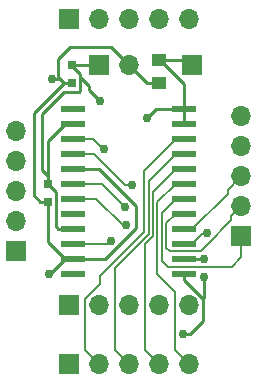
<source format=gtl>
G04 #@! TF.FileFunction,Copper,L1,Top,Signal*
%FSLAX46Y46*%
G04 Gerber Fmt 4.6, Leading zero omitted, Abs format (unit mm)*
G04 Created by KiCad (PCBNEW 4.0.4-stable) date 12/10/17 22:01:48*
%MOMM*%
%LPD*%
G01*
G04 APERTURE LIST*
%ADD10C,0.100000*%
%ADD11R,1.700000X1.700000*%
%ADD12O,1.700000X1.700000*%
%ADD13R,2.000000X0.600000*%
%ADD14R,1.250000X1.000000*%
%ADD15R,0.750000X0.800000*%
%ADD16C,0.762000*%
%ADD17C,0.254000*%
%ADD18C,0.177800*%
G04 APERTURE END LIST*
D10*
D11*
X9525000Y-3810000D03*
D12*
X9525000Y-1270000D03*
X9525000Y1270000D03*
X9525000Y3810000D03*
X9525000Y6350000D03*
D13*
X-4701000Y6985000D03*
X-4701000Y5715000D03*
X-4701000Y4445000D03*
X-4701000Y3175000D03*
X-4701000Y1905000D03*
X-4701000Y635000D03*
X-4701000Y-635000D03*
X-4701000Y-1905000D03*
X-4701000Y-3175000D03*
X-4701000Y-4445000D03*
X-4701000Y-5715000D03*
X-4701000Y-6985000D03*
X4699000Y-6985000D03*
X4699000Y-5715000D03*
X4699000Y-4445000D03*
X4699000Y-3175000D03*
X4699000Y-1905000D03*
X4699000Y-635000D03*
X4699000Y635000D03*
X4699000Y1905000D03*
X4699000Y3175000D03*
X4699000Y4445000D03*
X4699000Y5715000D03*
X4699000Y6985000D03*
D14*
X2540000Y11144000D03*
X2540000Y9144000D03*
D15*
X-4826000Y9168000D03*
X-4826000Y10668000D03*
X-6858000Y-865000D03*
X-6858000Y635000D03*
D11*
X-5080000Y-9652000D03*
D12*
X-2540000Y-9652000D03*
X0Y-9652000D03*
X2540000Y-9652000D03*
X5080000Y-9652000D03*
D11*
X-2540000Y10668000D03*
D12*
X0Y10668000D03*
D11*
X5334000Y10668000D03*
X-5080000Y14605000D03*
D12*
X-2540000Y14605000D03*
X0Y14605000D03*
X2540000Y14605000D03*
X5080000Y14605000D03*
D11*
X-9525000Y-5080000D03*
D12*
X-9525000Y-2540000D03*
X-9525000Y0D03*
X-9525000Y2540000D03*
X-9525000Y5080000D03*
D11*
X-5080000Y-14605000D03*
D12*
X-2540000Y-14605000D03*
X0Y-14605000D03*
X2540000Y-14605000D03*
X5080000Y-14605000D03*
D16*
X-2413000Y7620000D03*
X-6477000Y9525000D03*
X6399764Y-5726189D03*
X6350000Y-7270699D03*
X-6731000Y-6985000D03*
X4572000Y-12065000D03*
X1524000Y6223000D03*
X-2103990Y3542375D03*
X-337575Y-1323990D03*
X-209489Y-2891210D03*
X254000Y508000D03*
X-1537723Y-4219445D03*
X6604000Y-3556000D03*
D17*
X-2413000Y7620000D02*
X-3361999Y8568999D01*
X-3361999Y8568999D02*
X-3361999Y8890000D01*
X-4701000Y-3175000D02*
X-5955000Y-3175000D01*
X-5955000Y-3175000D02*
X-6155999Y-2974001D01*
X-6155999Y-2974001D02*
X-6155999Y-92001D01*
X-6155999Y-92001D02*
X-6858000Y610000D01*
X-6858000Y610000D02*
X-6858000Y635000D01*
X-4123999Y8506399D02*
X-4123999Y9652000D01*
X-4123999Y9652000D02*
X-4123999Y9940999D01*
X-3361999Y8890000D02*
X-4123999Y9652000D01*
X-4826000Y10643000D02*
X-4826000Y10668000D01*
X-4123999Y9940999D02*
X-4826000Y10643000D01*
X-4189399Y8440999D02*
X-4123999Y8506399D01*
X-5462601Y8440999D02*
X-4189399Y8440999D01*
X-7366000Y1797000D02*
X-7366000Y6537600D01*
X-6858000Y1289000D02*
X-7366000Y1797000D01*
X-7366000Y6537600D02*
X-5462601Y8440999D01*
X-6858000Y635000D02*
X-6858000Y1289000D01*
X-6858000Y635000D02*
X-6858000Y4258000D01*
X-6858000Y4258000D02*
X-5401000Y5715000D01*
X-5401000Y5715000D02*
X-4701000Y5715000D01*
X-4826000Y10668000D02*
X-2540000Y10668000D01*
X-6477000Y9525000D02*
X-5812000Y9525000D01*
X-5812000Y9525000D02*
X-5455000Y9168000D01*
X6388575Y-5715000D02*
X6399764Y-5726189D01*
X4699000Y-5715000D02*
X6388575Y-5715000D01*
X-4701000Y1905000D02*
X-2518721Y1905000D01*
X-2518721Y1905000D02*
X635000Y-1248721D01*
X635000Y-3094563D02*
X-1985437Y-5715000D01*
X635000Y-1248721D02*
X635000Y-3094563D01*
X-1985437Y-5715000D02*
X-4701000Y-5715000D01*
X6350000Y-9004002D02*
X6350000Y-7809514D01*
X6350000Y-7809514D02*
X6350000Y-7270699D01*
X6257001Y-9097001D02*
X6350000Y-9004002D01*
X-5401000Y-5715000D02*
X-6671000Y-6985000D01*
X-6671000Y-6985000D02*
X-6731000Y-6985000D01*
X5207000Y-12065000D02*
X4572000Y-12065000D01*
X6257001Y-11014999D02*
X5207000Y-12065000D01*
X4699000Y-6985000D02*
X4699000Y-7539000D01*
X4699000Y-7539000D02*
X6257001Y-9097001D01*
X6257001Y-9097001D02*
X6257001Y-11014999D01*
X-4953000Y12192000D02*
X-1524000Y12192000D01*
X-1524000Y12192000D02*
X0Y10668000D01*
X-5969000Y11176000D02*
X-4953000Y12192000D01*
X-5969000Y9682000D02*
X-5969000Y11176000D01*
X-5455000Y9168000D02*
X-5969000Y9682000D01*
X-6858000Y-865000D02*
X-7487000Y-865000D01*
X-7487000Y-865000D02*
X-8001000Y-351000D01*
X-8001000Y-351000D02*
X-8001000Y6622000D01*
X-8001000Y6622000D02*
X-5455000Y9168000D01*
X-5455000Y9168000D02*
X-4826000Y9168000D01*
X-6858000Y-865000D02*
X-6858000Y-4258000D01*
X-6858000Y-4258000D02*
X-5401000Y-5715000D01*
X-5401000Y-5715000D02*
X-4701000Y-5715000D01*
X0Y10668000D02*
X1524000Y9144000D01*
X1524000Y9144000D02*
X2540000Y9144000D01*
X1524000Y6223000D02*
X2286000Y6985000D01*
X2286000Y6985000D02*
X4699000Y6985000D01*
X2540000Y11144000D02*
X2665000Y11144000D01*
X2665000Y11144000D02*
X4699000Y9110000D01*
X4699000Y9110000D02*
X4699000Y7539000D01*
X4699000Y7539000D02*
X4699000Y6985000D01*
X4699000Y6985000D02*
X4699000Y5715000D01*
X2540000Y11144000D02*
X4858000Y11144000D01*
X4858000Y11144000D02*
X5334000Y10668000D01*
D18*
X-2145375Y3542375D02*
X-2103990Y3542375D01*
X-3048000Y4445000D02*
X-2145375Y3542375D01*
X-4701000Y4445000D02*
X-3048000Y4445000D01*
X-2296565Y635000D02*
X-718574Y-942991D01*
X-718574Y-942991D02*
X-337575Y-1323990D01*
X-4701000Y635000D02*
X-2296565Y635000D01*
X-498524Y-2891210D02*
X-209489Y-2891210D01*
X-2754734Y-635000D02*
X-498524Y-2891210D01*
X-4701000Y-635000D02*
X-2754734Y-635000D01*
X-284815Y508000D02*
X254000Y508000D01*
X-2951815Y3175000D02*
X-284815Y508000D01*
X-4701000Y3175000D02*
X-2951815Y3175000D01*
X-4701000Y-4445000D02*
X-1763278Y-4445000D01*
X-1763278Y-4445000D02*
X-1537723Y-4219445D01*
X3999000Y4445000D02*
X1304909Y1750909D01*
X4699000Y4445000D02*
X3999000Y4445000D01*
X-3389999Y-13755001D02*
X-2540000Y-14605000D01*
X1304909Y1750909D02*
X1304909Y-3474277D01*
X-3678901Y-9105327D02*
X-3678901Y-13466099D01*
X-3678901Y-13466099D02*
X-3389999Y-13755001D01*
X-2413000Y-7839426D02*
X-3678901Y-9105327D01*
X1304909Y-3474277D02*
X-2413000Y-7192186D01*
X-2413000Y-7192186D02*
X-2413000Y-7839426D01*
X1682720Y858720D02*
X1682720Y-3630771D01*
X-1143000Y-13462000D02*
X-849999Y-13755001D01*
X-1143000Y-6456491D02*
X-1143000Y-13462000D01*
X-849999Y-13755001D02*
X0Y-14605000D01*
X4699000Y3175000D02*
X3999000Y3175000D01*
X3999000Y3175000D02*
X1682720Y858720D01*
X1682720Y-3630771D02*
X-1143000Y-6456491D01*
X2060531Y-3787264D02*
X1397000Y-4450795D01*
X1397000Y-4450795D02*
X1397000Y-13462000D01*
X4699000Y1905000D02*
X3999000Y1905000D01*
X2060531Y-33469D02*
X2060531Y-3787264D01*
X1690001Y-13755001D02*
X2540000Y-14605000D01*
X1397000Y-13462000D02*
X1690001Y-13755001D01*
X3999000Y1905000D02*
X2060531Y-33469D01*
X3902098Y-11743446D02*
X3902098Y-13427098D01*
X4230001Y-13755001D02*
X5080000Y-14605000D01*
X3902098Y-13427098D02*
X4230001Y-13755001D01*
X4699000Y635000D02*
X3999000Y635000D01*
X2438342Y-925658D02*
X2438342Y-7010342D01*
X2438342Y-7010342D02*
X3941099Y-8513099D01*
X3941099Y-11704445D02*
X3902098Y-11743446D01*
X3999000Y635000D02*
X2438342Y-925658D01*
X3941099Y-8513099D02*
X3941099Y-11704445D01*
X9525000Y-5599800D02*
X9525000Y-3810000D01*
X4699000Y-635000D02*
X3999000Y-635000D01*
X3999000Y-635000D02*
X2816153Y-1817847D01*
X2816153Y-5864153D02*
X3348099Y-6396099D01*
X2816153Y-1817847D02*
X2816153Y-5864153D01*
X3348099Y-6396099D02*
X8728701Y-6396099D01*
X8728701Y-6396099D02*
X9525000Y-5599800D01*
X6604000Y-4525901D02*
X6604000Y-4514205D01*
X6604000Y-4514205D02*
X8675001Y-2443204D01*
X8675001Y-2443204D02*
X8675001Y-2119999D01*
X8675001Y-2119999D02*
X9525000Y-1270000D01*
X3467879Y-5033901D02*
X6096000Y-5033901D01*
X6604000Y-4525901D02*
X6096000Y-5033901D01*
X3999000Y-1905000D02*
X3193964Y-2710036D01*
X3193964Y-2710036D02*
X3193964Y-4759986D01*
X4699000Y-1905000D02*
X3999000Y-1905000D01*
X3193964Y-4759986D02*
X3467879Y-5033901D01*
X9525000Y1270000D02*
X8386099Y131099D01*
X8386099Y131099D02*
X8386099Y-187901D01*
X8386099Y-187901D02*
X5399000Y-3175000D01*
X5399000Y-3175000D02*
X4699000Y-3175000D01*
X5399000Y-4445000D02*
X6288000Y-3556000D01*
X4699000Y-4445000D02*
X5399000Y-4445000D01*
X6288000Y-3556000D02*
X6604000Y-3556000D01*
M02*

</source>
